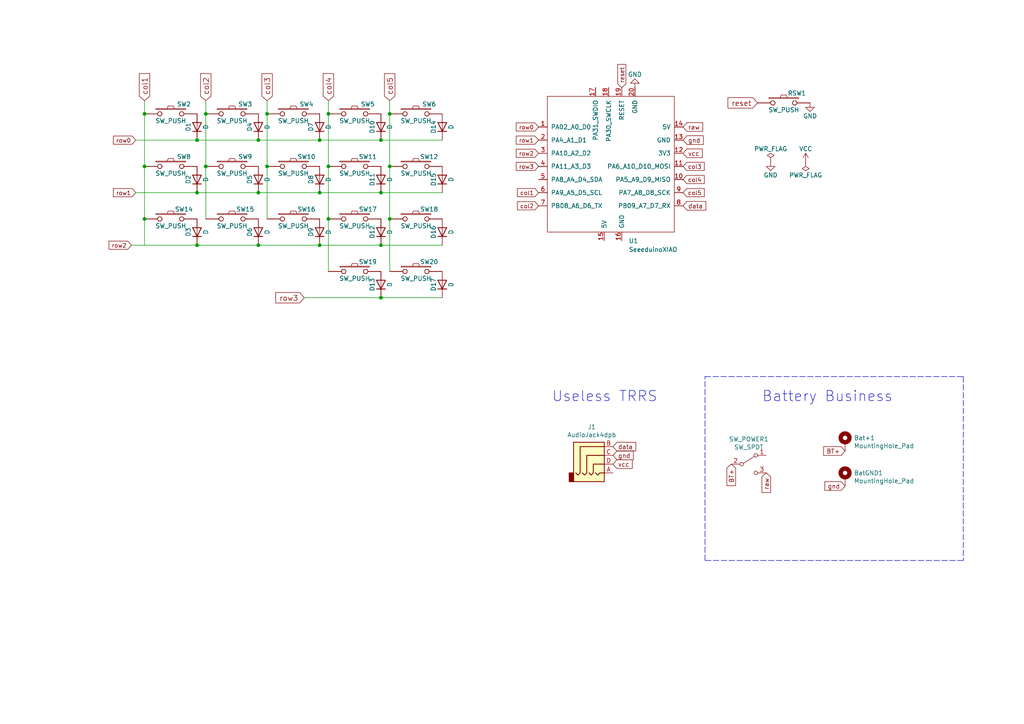
<source format=kicad_sch>
(kicad_sch (version 20211123) (generator eeschema)
  (paper "A4")
  (lib_symbols
    (symbol "Device:D" (pin_numbers hide) (pin_names (offset 1.016) hide)
      (property "Reference" "D" (at 0 2.54 0))
      (property "Value" "D" (at 0 -2.54 0))
      (symbol "D_0_1"
        (polyline (pts (xy -1.27 1.27) (xy -1.27 -1.27)) (stroke (width 0.254)))
        (polyline (pts (xy 1.27 0) (xy -1.27 0)))
        (polyline (pts (xy 1.27 1.27) (xy 1.27 -1.27) (xy -1.27 0) (xy 1.27 1.27)) (stroke (width 0.254)))
      )
      (symbol "D_1_1"
        (pin passive line (at -3.81 0 0) (length 2.54) (name "K") (number "1"))
        (pin passive line (at 3.81 0 180) (length 2.54) (name "A") (number "2"))
      )
    )
    (symbol "Mechanical:MountingHole_Pad" (pin_numbers hide) (pin_names (offset 1.016) hide)
      (property "Reference" "H" (at 0 6.35 0))
      (property "Value" "MountingHole_Pad" (at 0 4.445 0))
      (symbol "MountingHole_Pad_0_1"
        (circle (center 0 1.27) (radius 1.27) (stroke (width 1.27)))
      )
      (symbol "MountingHole_Pad_1_1"
        (pin input line (at 0 -2.54 90) (length 2.54) (name "1") (number "1"))
      )
    )
    (symbol "Switch:SW_SPDT" (pin_names (offset 0) hide)
      (property "Reference" "SW" (at 0 4.318 0))
      (property "Value" "SW_SPDT" (at 0 -5.08 0))
      (symbol "SW_SPDT_0_0"
        (circle (center -2.032 0) (radius 0.508))
        (circle (center 2.032 -2.54) (radius 0.508))
      )
      (symbol "SW_SPDT_0_1"
        (polyline (pts (xy -1.524 0.254) (xy 1.651 2.286)))
        (circle (center 2.032 2.54) (radius 0.508))
      )
      (symbol "SW_SPDT_1_1"
        (pin passive line (at 5.08 2.54 180) (length 2.54) (name "A") (number "1"))
        (pin passive line (at -5.08 0 0) (length 2.54) (name "B") (number "2"))
        (pin passive line (at 5.08 -2.54 180) (length 2.54) (name "C") (number "3"))
      )
    )
    (symbol "kbd:SW_PUSH" (pin_numbers hide) (pin_names (offset 1.016) hide)
      (property "Reference" "SW" (at 3.81 2.794 0))
      (property "Value" "kbd_SW_PUSH" (at 0 -2.032 0))
      (symbol "SW_PUSH_0_1"
        (rectangle (start -4.318 1.27) (end 4.318 1.524))
        (polyline (pts (xy -1.016 1.524) (xy -0.762 2.286) (xy 0.762 2.286) (xy 1.016 1.524)))
        (pin passive inverted (at -7.62 0 0) (length 5.08) (name "1") (number "1"))
        (pin passive inverted (at 7.62 0 180) (length 5.08) (name "2") (number "2"))
      )
    )
    (symbol "power:GND" (power) (pin_names (offset 0))
      (property "Value" "GND" (at 0 -3.81 0))
      (symbol "GND_0_1"
        (polyline (pts (xy 0 0) (xy 0 -1.27) (xy 1.27 -1.27) (xy 0 -2.54) (xy -1.27 -1.27) (xy 0 -1.27)))
      )
      (symbol "GND_1_1"
        (pin power_in line (at 0 0 270) (length 0) hide (name "GND") (number "1"))
      )
    )
    (symbol "power:PWR_FLAG" (power) (pin_numbers hide) (pin_names (offset 0) hide)
      (property "Value" "PWR_FLAG" (at 0 3.81 0))
      (symbol "PWR_FLAG_0_0"
        (pin power_out line (at 0 0 90) (length 0) (name "pwr") (number "1"))
      )
      (symbol "PWR_FLAG_0_1"
        (polyline (pts (xy 0 0) (xy 0 1.27) (xy -1.016 1.905) (xy 0 2.54) (xy 1.016 1.905) (xy 0 1.27)))
      )
    )
    (symbol "power:VCC" (power) (pin_names (offset 0))
      (property "Value" "VCC" (at 0 3.81 0))
      (symbol "VCC_0_1"
        (polyline (pts (xy -0.762 1.27) (xy 0 2.54)))
        (polyline (pts (xy 0 0) (xy 0 2.54)))
        (polyline (pts (xy 0 2.54) (xy 0.762 1.27)))
      )
      (symbol "VCC_1_1"
        (pin power_in line (at 0 0 90) (length 0) hide (name "VCC") (number "1"))
      )
    )
    (symbol "tokas_bp:AudioJack4dpb"
      (property "Reference" "J" (at 0 8.89 0))
      (property "Value" "tokas_bp_AudioJack4dpb" (at 0 6.35 0))
      (symbol "AudioJack4dpb_0_1"
        (rectangle (start -6.35 -5.08) (end -7.62 -7.62) (stroke (width 0.254)) (fill (type outline)))
        (polyline (pts (xy 0 -5.08) (xy 0.635 -5.715) (xy 1.27 -5.08) (xy 2.54 -5.08)) (stroke (width 0.254)))
        (polyline (pts (xy -5.715 -5.08) (xy -5.08 -5.715) (xy -4.445 -5.08) (xy -4.445 2.54) (xy 2.54 2.54)) (stroke (width 0.254)))
        (polyline (pts (xy -1.905 -5.08) (xy -1.27 -5.715) (xy -0.635 -5.08) (xy -0.635 -2.54) (xy 2.54 -2.54)) (stroke (width 0.254)))
        (polyline (pts (xy 2.54 0) (xy -2.54 0) (xy -2.54 -5.08) (xy -3.175 -5.715) (xy -3.81 -5.08)) (stroke (width 0.254)))
        (rectangle (start 2.54 3.81) (end -6.35 -7.62) (stroke (width 0.254)) (fill (type background)))
      )
      (symbol "AudioJack4dpb_1_1"
        (pin passive line (at 5.08 -5.08 180) (length 2.54) (name "~") (number "A"))
        (pin passive line (at 5.08 2.54 180) (length 2.54) (name "~") (number "B"))
        (pin passive line (at 5.08 0 180) (length 2.54) (name "~") (number "C"))
        (pin passive line (at 5.08 -2.54 180) (length 2.54) (name "~") (number "D"))
      )
    )
    (symbol "xaio:SeeeduinoXIAO" (pin_names (offset 1.016))
      (property "Reference" "U" (at -19.05 22.86 0))
      (property "Value" "SeeeduinoXIAO" (at -12.7 21.59 0))
      (symbol "SeeeduinoXIAO_0_1"
        (rectangle (start -19.05 20.32) (end 17.78 -19.05))
      )
      (symbol "SeeeduinoXIAO_1_1"
        (pin unspecified line (at -21.59 11.43 0) (length 2.54) (name "PA02_A0_D0") (number "1"))
        (pin unspecified line (at 20.32 -3.81 180) (length 2.54) (name "PA5_A9_D9_MISO") (number "10"))
        (pin unspecified line (at 20.32 0 180) (length 2.54) (name "PA6_A10_D10_MOSI") (number "11"))
        (pin unspecified line (at 20.32 3.81 180) (length 2.54) (name "3V3") (number "12"))
        (pin unspecified line (at 20.32 7.62 180) (length 2.54) (name "GND") (number "13"))
        (pin unspecified line (at 20.32 11.43 180) (length 2.54) (name "5V") (number "14"))
        (pin input line (at -2.54 -21.59 90) (length 2.54) (name "5V") (number "15"))
        (pin input line (at 2.54 -21.59 90) (length 2.54) (name "GND") (number "16"))
        (pin input line (at -5.08 22.86 270) (length 2.54) (name "PA31_SWDIO") (number "17"))
        (pin input line (at -1.27 22.86 270) (length 2.54) (name "PA30_SWCLK") (number "18"))
        (pin input line (at 2.54 22.86 270) (length 2.54) (name "RESET") (number "19"))
        (pin unspecified line (at -21.59 7.62 0) (length 2.54) (name "PA4_A1_D1") (number "2"))
        (pin input line (at 6.35 22.86 270) (length 2.54) (name "GND") (number "20"))
        (pin unspecified line (at -21.59 3.81 0) (length 2.54) (name "PA10_A2_D2") (number "3"))
        (pin unspecified line (at -21.59 0 0) (length 2.54) (name "PA11_A3_D3") (number "4"))
        (pin unspecified line (at -21.59 -3.81 0) (length 2.54) (name "PA8_A4_D4_SDA") (number "5"))
        (pin unspecified line (at -21.59 -7.62 0) (length 2.54) (name "PA9_A5_D5_SCL") (number "6"))
        (pin unspecified line (at -21.59 -11.43 0) (length 2.54) (name "PB08_A6_D6_TX") (number "7"))
        (pin unspecified line (at 20.32 -11.43 180) (length 2.54) (name "PB09_A7_D7_RX") (number "8"))
        (pin unspecified line (at 20.32 -7.62 180) (length 2.54) (name "PA7_A8_D8_SCK") (number "9"))
      )
    )
  )
  (junction (at 74.93 71.12))
  (junction (at 74.93 40.64))
  (junction (at 77.47 48.26))
  (junction (at 110.49 55.88))
  (junction (at 113.03 48.26))
  (junction (at 113.03 33.02))
  (junction (at 74.93 55.88))
  (junction (at 59.69 48.26))
  (junction (at 57.15 71.12))
  (junction (at 95.25 48.26))
  (junction (at 92.71 40.64))
  (junction (at 41.91 33.02))
  (junction (at 57.15 55.88))
  (junction (at 92.71 55.88))
  (junction (at 77.47 33.02))
  (junction (at 110.49 40.64))
  (junction (at 95.25 63.5))
  (junction (at 113.03 63.5))
  (junction (at 110.49 86.36))
  (junction (at 110.49 71.12))
  (junction (at 57.15 40.64))
  (junction (at 41.91 63.5))
  (junction (at 95.25 33.02))
  (junction (at 41.91 48.26))
  (junction (at 92.71 71.12))
  (junction (at 59.69 33.02))
  (wire (pts (xy 110.49 86.36) (xy 128.27 86.36)))
  (polyline (pts (xy 204.47 162.56) (xy 204.47 109.22)))
  (wire (pts (xy 92.71 55.88) (xy 110.49 55.88)))
  (polyline (pts (xy 204.47 109.22) (xy 279.4 109.22)))
  (wire (pts (xy 95.25 48.26) (xy 95.25 63.5)))
  (wire (pts (xy 57.15 55.88) (xy 74.93 55.88)))
  (wire (pts (xy 74.93 71.12) (xy 92.71 71.12)))
  (wire (pts (xy 41.91 33.02) (xy 41.91 48.26)))
  (wire (pts (xy 59.69 29.21) (xy 59.69 33.02)))
  (wire (pts (xy 88.265 86.36) (xy 110.49 86.36)))
  (wire (pts (xy 38.1 71.12) (xy 57.15 71.12)))
  (wire (pts (xy 77.47 29.21) (xy 77.47 33.02)))
  (wire (pts (xy 39.37 40.64) (xy 57.15 40.64)))
  (wire (pts (xy 95.25 33.02) (xy 95.25 48.26)))
  (wire (pts (xy 74.93 55.88) (xy 92.71 55.88)))
  (wire (pts (xy 39.37 55.88) (xy 57.15 55.88)))
  (wire (pts (xy 57.15 71.12) (xy 74.93 71.12)))
  (wire (pts (xy 95.25 63.5) (xy 95.25 78.74)))
  (wire (pts (xy 77.47 48.26) (xy 77.47 63.5)))
  (wire (pts (xy 77.47 33.02) (xy 77.47 48.26)))
  (wire (pts (xy 59.69 33.02) (xy 59.69 48.26)))
  (polyline (pts (xy 279.4 109.22) (xy 279.4 162.56)))
  (wire (pts (xy 110.49 55.88) (xy 128.27 55.88)))
  (wire (pts (xy 110.49 40.64) (xy 128.27 40.64)))
  (wire (pts (xy 41.91 63.5) (xy 41.91 71.12)))
  (wire (pts (xy 92.71 40.64) (xy 110.49 40.64)))
  (wire (pts (xy 113.03 63.5) (xy 113.03 78.74)))
  (wire (pts (xy 113.03 29.21) (xy 113.03 33.02)))
  (wire (pts (xy 113.03 33.02) (xy 113.03 48.26)))
  (wire (pts (xy 41.91 48.26) (xy 41.91 63.5)))
  (wire (pts (xy 95.25 29.21) (xy 95.25 33.02)))
  (wire (pts (xy 113.03 48.26) (xy 113.03 63.5)))
  (wire (pts (xy 57.15 40.64) (xy 74.93 40.64)))
  (wire (pts (xy 41.91 29.21) (xy 41.91 33.02)))
  (wire (pts (xy 59.69 48.26) (xy 59.69 63.5)))
  (wire (pts (xy 92.71 71.12) (xy 110.49 71.12)))
  (polyline (pts (xy 279.4 162.56) (xy 204.47 162.56)))
  (wire (pts (xy 110.49 71.12) (xy 128.27 71.12)))
  (wire (pts (xy 74.93 40.64) (xy 92.71 40.64)))
  (text "Battery Business" (at 220.98 116.84 0) (effects (font (size 2.9972 2.9972)) (justify left bottom)))
  (text "Useless TRRS\n" (at 160.02 116.84 0) (effects (font (size 2.9972 2.9972)) (justify left bottom)))
  (global_label "BT+" (shape input) (at 212.09 134.62 270) (property "Intersheet References" "${INTERSHEET_REFS}" (effects hide)))
  (global_label "gnd" (shape input) (at 177.8 132.08 0) (property "Intersheet References" "${INTERSHEET_REFS}" (effects hide)))
  (global_label "col4" (shape input) (at 198.12 52.07 0) (effects (font (size 1.1938 1.1938))) (property "Intersheet References" "${INTERSHEET_REFS}" (effects hide)))
  (global_label "raw" (shape input) (at 198.12 36.83 0) (property "Intersheet References" "${INTERSHEET_REFS}" (effects hide)))
  (global_label "col2" (shape input) (at 59.69 29.21 90) (effects (font (size 1.524 1.524))) (property "Intersheet References" "${INTERSHEET_REFS}" (effects hide)))
  (global_label "col5" (shape input) (at 113.03 29.21 90) (effects (font (size 1.524 1.524))) (property "Intersheet References" "${INTERSHEET_REFS}" (effects hide)))
  (global_label "row0" (shape input) (at 39.37 40.64 180) (effects (font (size 1.1938 1.1938))) (property "Intersheet References" "${INTERSHEET_REFS}" (effects hide)))
  (global_label "col3" (shape input) (at 77.47 29.21 90) (effects (font (size 1.524 1.524))) (property "Intersheet References" "${INTERSHEET_REFS}" (effects hide)))
  (global_label "row3" (shape input) (at 156.21 48.26 180) (effects (font (size 1.1938 1.1938))) (property "Intersheet References" "${INTERSHEET_REFS}" (effects hide)))
  (global_label "vcc" (shape input) (at 198.12 44.45 0) (property "Intersheet References" "${INTERSHEET_REFS}" (effects hide)))
  (global_label "col1" (shape input) (at 41.91 29.21 90) (effects (font (size 1.524 1.524))) (property "Intersheet References" "${INTERSHEET_REFS}" (effects hide)))
  (global_label "reset" (shape input) (at 180.34 25.4 90) (effects (font (size 1.1938 1.1938))) (property "Intersheet References" "${INTERSHEET_REFS}" (effects hide)))
  (global_label "col3" (shape input) (at 198.12 48.26 0) (effects (font (size 1.1938 1.1938))) (property "Intersheet References" "${INTERSHEET_REFS}" (effects hide)))
  (global_label "vcc" (shape input) (at 177.8 134.62 0) (property "Intersheet References" "${INTERSHEET_REFS}" (effects hide)))
  (global_label "row1" (shape input) (at 39.37 55.88 180) (effects (font (size 1.1938 1.1938))) (property "Intersheet References" "${INTERSHEET_REFS}" (effects hide)))
  (global_label "gnd" (shape input) (at 245.11 140.97 180) (property "Intersheet References" "${INTERSHEET_REFS}" (effects hide)))
  (global_label "col5" (shape input) (at 198.12 55.88 0) (effects (font (size 1.1938 1.1938))) (property "Intersheet References" "${INTERSHEET_REFS}" (effects hide)))
  (global_label "row3" (shape input) (at 88.265 86.36 180) (effects (font (size 1.524 1.524))) (property "Intersheet References" "${INTERSHEET_REFS}" (effects hide)))
  (global_label "row2" (shape input) (at 156.21 44.45 180) (effects (font (size 1.1938 1.1938))) (property "Intersheet References" "${INTERSHEET_REFS}" (effects hide)))
  (global_label "BT+" (shape input) (at 245.11 130.81 180) (property "Intersheet References" "${INTERSHEET_REFS}" (effects hide)))
  (global_label "col2" (shape input) (at 156.21 59.69 180) (effects (font (size 1.1938 1.1938))) (property "Intersheet References" "${INTERSHEET_REFS}" (effects hide)))
  (global_label "row2" (shape input) (at 38.1 71.12 180) (effects (font (size 1.1938 1.1938))) (property "Intersheet References" "${INTERSHEET_REFS}" (effects hide)))
  (global_label "col4" (shape input) (at 95.25 29.21 90) (effects (font (size 1.524 1.524))) (property "Intersheet References" "${INTERSHEET_REFS}" (effects hide)))
  (global_label "gnd" (shape input) (at 198.12 40.64 0) (property "Intersheet References" "${INTERSHEET_REFS}" (effects hide)))
  (global_label "row0" (shape input) (at 156.21 36.83 180) (effects (font (size 1.1938 1.1938))) (property "Intersheet References" "${INTERSHEET_REFS}" (effects hide)))
  (global_label "row1" (shape input) (at 156.21 40.64 180) (effects (font (size 1.1938 1.1938))) (property "Intersheet References" "${INTERSHEET_REFS}" (effects hide)))
  (global_label "data" (shape input) (at 198.12 59.69 0) (property "Intersheet References" "${INTERSHEET_REFS}" (effects hide)))
  (global_label "data" (shape input) (at 177.8 129.54 0) (property "Intersheet References" "${INTERSHEET_REFS}" (effects hide)))
  (global_label "raw" (shape input) (at 222.25 137.16 270) (property "Intersheet References" "${INTERSHEET_REFS}" (effects hide)))
  (global_label "reset" (shape input) (at 219.71 29.845 180) (effects (font (size 1.524 1.524))) (property "Intersheet References" "${INTERSHEET_REFS}" (effects hide)))
  (global_label "col1" (shape input) (at 156.21 55.88 180) (effects (font (size 1.1938 1.1938))) (property "Intersheet References" "${INTERSHEET_REFS}" (effects hide)))
  (symbol (lib_id "kbd:SW_PUSH") (at 120.65 48.26 0) (unit 1)
    (property "Reference" "SW12" (at 124.46 45.466 0))
    (property "Value" "SW_PUSH" (at 120.65 50.292 0))
    (property "Footprint" "marbla:SW_MX_1u" (effects hide))
  )
  (symbol (lib_id "power:PWR_FLAG") (at 233.68 46.99 180) (unit 1)
    (property "Reference" "#FLG0101" (effects hide))
    (property "Value" "PWR_FLAG" (at 233.68 50.8 0))
  )
  (symbol (lib_id "Device:D") (at 74.93 52.07 90) (unit 1)
    (property "Reference" "D5" (at 72.39 52.07 0))
    (property "Value" "D" (at 77.47 52.07 0))
    (property "Footprint" "kbd:D3_TH" (effects hide))
  )
  (symbol (lib_id "Device:D") (at 128.27 82.55 90) (unit 1)
    (property "Reference" "D17" (at 125.73 82.55 0))
    (property "Value" "D" (at 130.81 82.55 0))
    (property "Footprint" "kbd:D3_TH" (effects hide))
  )
  (symbol (lib_id "xaio:SeeeduinoXIAO") (at 177.8 48.26 0) (unit 1)
    (property "Reference" "U1" (at 182.3594 69.85 0) (effects (justify left)))
    (property "Value" "SeeeduinoXIAO" (at 182.3594 72.39 0) (effects (justify left)))
    (property "Footprint" "zaphod:SeeeduinoXIAO-2.54-21X17.8MM" (effects hide))
  )
  (symbol (lib_id "kbd:SW_PUSH") (at 120.65 63.5 0) (unit 1)
    (property "Reference" "SW18" (at 124.46 60.706 0))
    (property "Value" "SW_PUSH" (at 120.65 65.532 0))
    (property "Footprint" "marbla:SW_MX_1u" (effects hide))
  )
  (symbol (lib_id "power:GND") (at 184.15 25.4 180) (unit 1)
    (property "Reference" "#PWR0101" (effects hide))
    (property "Value" "GND" (at 184.15 21.59 0))
  )
  (symbol (lib_id "Device:D") (at 57.15 67.31 90) (unit 1)
    (property "Reference" "D3" (at 54.61 67.31 0))
    (property "Value" "D" (at 59.69 67.31 0))
    (property "Footprint" "kbd:D3_TH" (effects hide))
  )
  (symbol (lib_id "power:VCC") (at 233.68 46.99 0) (unit 1)
    (property "Reference" "#PWR0102" (effects hide))
    (property "Value" "VCC" (at 233.68 43.18 0))
  )
  (symbol (lib_id "kbd:SW_PUSH") (at 120.65 78.74 0) (unit 1)
    (property "Reference" "SW20" (at 124.46 75.946 0))
    (property "Value" "SW_PUSH" (at 120.65 80.772 0))
    (property "Footprint" "marbla:SW_MX_1u" (effects hide))
  )
  (symbol (lib_id "Device:D") (at 74.93 67.31 90) (unit 1)
    (property "Reference" "D6" (at 72.39 67.31 0))
    (property "Value" "D" (at 77.47 67.31 0))
    (property "Footprint" "kbd:D3_TH" (effects hide))
  )
  (symbol (lib_id "kbd:SW_PUSH") (at 227.33 29.845 0) (unit 1)
    (property "Reference" "RSW1" (at 231.14 27.051 0))
    (property "Value" "SW_PUSH" (at 227.33 31.877 0))
    (property "Footprint" "kbd:ResetSW_1side" (effects hide))
  )
  (symbol (lib_id "Device:D") (at 74.93 36.83 90) (unit 1)
    (property "Reference" "D4" (at 72.39 36.83 0))
    (property "Value" "D" (at 77.47 36.83 0))
    (property "Footprint" "kbd:D3_TH" (effects hide))
  )
  (symbol (lib_id "Switch:SW_SPDT") (at 217.17 134.62 0) (unit 1)
    (property "Reference" "SW_POWER1" (at 217.17 127.381 0))
    (property "Value" "SW_SPDT" (at 217.17 129.6924 0))
    (property "Footprint" "Kailh:SPDT_C128955" (effects hide))
  )
  (symbol (lib_id "Device:D") (at 110.49 36.83 90) (unit 1)
    (property "Reference" "D10" (at 107.95 36.83 0))
    (property "Value" "D" (at 113.03 36.83 0))
    (property "Footprint" "kbd:D3_TH" (effects hide))
  )
  (symbol (lib_id "Mechanical:MountingHole_Pad") (at 245.11 128.27 0) (unit 1)
    (property "Reference" "Bat+1" (at 247.65 127.0254 0) (effects (justify left)))
    (property "Value" "MountingHole_Pad" (at 247.65 129.3368 0) (effects (justify left)))
    (property "Footprint" "kbd:1pin_conn" (effects hide))
  )
  (symbol (lib_id "kbd:SW_PUSH") (at 102.87 33.02 0) (unit 1)
    (property "Reference" "SW5" (at 106.68 30.226 0))
    (property "Value" "SW_PUSH" (at 102.87 35.052 0))
    (property "Footprint" "marbla:SW_MX_1u" (effects hide))
  )
  (symbol (lib_id "Device:D") (at 92.71 67.31 90) (unit 1)
    (property "Reference" "D9" (at 90.17 67.31 0))
    (property "Value" "D" (at 95.25 67.31 0))
    (property "Footprint" "kbd:D3_TH" (effects hide))
  )
  (symbol (lib_id "Device:D") (at 128.27 36.83 90) (unit 1)
    (property "Reference" "D14" (at 125.73 36.83 0))
    (property "Value" "D" (at 130.81 36.83 0))
    (property "Footprint" "kbd:D3_TH" (effects hide))
  )
  (symbol (lib_id "kbd:SW_PUSH") (at 67.31 63.5 0) (unit 1)
    (property "Reference" "SW15" (at 71.12 60.706 0))
    (property "Value" "SW_PUSH" (at 67.31 65.532 0))
    (property "Footprint" "marbla:SW_MX_1u" (effects hide))
  )
  (symbol (lib_id "power:PWR_FLAG") (at 223.52 46.99 0) (unit 1)
    (property "Reference" "#FLG0102" (effects hide))
    (property "Value" "PWR_FLAG" (at 223.52 43.18 0))
  )
  (symbol (lib_id "kbd:SW_PUSH") (at 85.09 63.5 0) (unit 1)
    (property "Reference" "SW16" (at 88.9 60.706 0))
    (property "Value" "SW_PUSH" (at 85.09 65.532 0))
    (property "Footprint" "marbla:SW_MX_1u" (effects hide))
  )
  (symbol (lib_id "power:GND") (at 223.52 46.99 0) (unit 1)
    (property "Reference" "#PWR0103" (effects hide))
    (property "Value" "GND" (at 223.52 50.8 0))
  )
  (symbol (lib_id "Device:D") (at 110.49 82.55 90) (unit 1)
    (property "Reference" "D13" (at 107.95 82.55 0))
    (property "Value" "D" (at 113.03 82.55 0))
    (property "Footprint" "kbd:D3_TH" (effects hide))
  )
  (symbol (lib_id "kbd:SW_PUSH") (at 85.09 48.26 0) (unit 1)
    (property "Reference" "SW10" (at 88.9 45.466 0))
    (property "Value" "SW_PUSH" (at 85.09 50.292 0))
    (property "Footprint" "marbla:SW_MX_1u" (effects hide))
  )
  (symbol (lib_id "kbd:SW_PUSH") (at 67.31 48.26 0) (unit 1)
    (property "Reference" "SW9" (at 71.12 45.466 0))
    (property "Value" "SW_PUSH" (at 67.31 50.292 0))
    (property "Footprint" "marbla:SW_MX_1u" (effects hide))
  )
  (symbol (lib_id "Device:D") (at 92.71 36.83 90) (unit 1)
    (property "Reference" "D7" (at 90.17 36.83 0))
    (property "Value" "D" (at 95.25 36.83 0))
    (property "Footprint" "kbd:D3_TH" (effects hide))
  )
  (symbol (lib_id "Device:D") (at 57.15 52.07 90) (unit 1)
    (property "Reference" "D2" (at 54.61 52.07 0))
    (property "Value" "D" (at 59.69 52.07 0))
    (property "Footprint" "kbd:D3_TH" (effects hide))
  )
  (symbol (lib_id "Mechanical:MountingHole_Pad") (at 245.11 138.43 0) (unit 1)
    (property "Reference" "BatGND1" (at 247.65 137.1854 0) (effects (justify left)))
    (property "Value" "MountingHole_Pad" (at 247.65 139.4968 0) (effects (justify left)))
    (property "Footprint" "kbd:1pin_conn" (effects hide))
  )
  (symbol (lib_id "kbd:SW_PUSH") (at 120.65 33.02 0) (unit 1)
    (property "Reference" "SW6" (at 124.46 30.226 0))
    (property "Value" "SW_PUSH" (at 120.65 35.052 0))
    (property "Footprint" "marbla:SW_MX_1u" (effects hide))
  )
  (symbol (lib_id "kbd:SW_PUSH") (at 102.87 63.5 0) (unit 1)
    (property "Reference" "SW17" (at 106.68 60.706 0))
    (property "Value" "SW_PUSH" (at 102.87 65.532 0))
    (property "Footprint" "marbla:SW_MX_1u" (effects hide))
  )
  (symbol (lib_id "tokas_bp:AudioJack4dpb") (at 172.72 132.08 0) (unit 1)
    (property "Reference" "J1" (at 171.6278 123.825 0))
    (property "Value" "AudioJack4dpb" (at 171.6278 126.1364 0))
    (property "Footprint" "kbd:TRRS-PJ-DPB2" (effects hide))
  )
  (symbol (lib_id "kbd:SW_PUSH") (at 49.53 63.5 0) (unit 1)
    (property "Reference" "SW14" (at 53.34 60.706 0))
    (property "Value" "SW_PUSH" (at 49.53 65.532 0))
    (property "Footprint" "marbla:SW_MX_1u" (effects hide))
  )
  (symbol (lib_id "kbd:SW_PUSH") (at 102.87 78.74 0) (unit 1)
    (property "Reference" "SW19" (at 106.68 75.946 0))
    (property "Value" "SW_PUSH" (at 102.87 80.772 0))
    (property "Footprint" "marbla:SW_MX_1u" (effects hide))
  )
  (symbol (lib_id "Device:D") (at 110.49 67.31 90) (unit 1)
    (property "Reference" "D12" (at 107.95 67.31 0))
    (property "Value" "D" (at 113.03 67.31 0))
    (property "Footprint" "kbd:D3_TH" (effects hide))
  )
  (symbol (lib_id "Device:D") (at 110.49 52.07 90) (unit 1)
    (property "Reference" "D11" (at 107.95 52.07 0))
    (property "Value" "D" (at 113.03 52.07 0))
    (property "Footprint" "kbd:D3_TH" (effects hide))
  )
  (symbol (lib_id "kbd:SW_PUSH") (at 102.87 48.26 0) (unit 1)
    (property "Reference" "SW11" (at 106.68 45.466 0))
    (property "Value" "SW_PUSH" (at 102.87 50.292 0))
    (property "Footprint" "marbla:SW_MX_1u" (effects hide))
  )
  (symbol (lib_id "kbd:SW_PUSH") (at 49.53 48.26 0) (unit 1)
    (property "Reference" "SW8" (at 53.34 45.466 0))
    (property "Value" "SW_PUSH" (at 49.53 50.292 0))
    (property "Footprint" "marbla:SW_MX_1u" (effects hide))
  )
  (symbol (lib_id "Device:D") (at 128.27 67.31 90) (unit 1)
    (property "Reference" "D16" (at 125.73 67.31 0))
    (property "Value" "D" (at 130.81 67.31 0))
    (property "Footprint" "kbd:D3_TH" (effects hide))
  )
  (symbol (lib_id "kbd:SW_PUSH") (at 67.31 33.02 0) (unit 1)
    (property "Reference" "SW3" (at 71.12 30.226 0))
    (property "Value" "SW_PUSH" (at 67.31 35.052 0))
    (property "Footprint" "marbla:SW_MX_1u" (effects hide))
  )
  (symbol (lib_id "kbd:SW_PUSH") (at 85.09 33.02 0) (unit 1)
    (property "Reference" "SW4" (at 88.9 30.226 0))
    (property "Value" "SW_PUSH" (at 85.09 35.052 0))
    (property "Footprint" "marbla:SW_MX_1u" (effects hide))
  )
  (symbol (lib_id "Device:D") (at 57.15 36.83 90) (unit 1)
    (property "Reference" "D1" (at 54.61 36.83 0))
    (property "Value" "D" (at 59.69 36.83 0))
    (property "Footprint" "Diode_SMD:D_1206_3216Metric" (effects hide))
  )
  (symbol (lib_id "kbd:SW_PUSH") (at 49.53 33.02 0) (unit 1)
    (property "Reference" "SW2" (at 53.34 30.226 0))
    (property "Value" "SW_PUSH" (at 49.53 35.052 0))
    (property "Footprint" "marbla:SW_MX_1u" (effects hide))
  )
  (symbol (lib_id "Device:D") (at 92.71 52.07 90) (unit 1)
    (property "Reference" "D8" (at 90.17 52.07 0))
    (property "Value" "D" (at 95.25 52.07 0))
    (property "Footprint" "kbd:D3_TH" (effects hide))
  )
  (symbol (lib_id "power:GND") (at 234.95 29.845 0) (unit 1)
    (property "Reference" "#PWR0104" (effects hide))
    (property "Value" "GND" (at 234.95 33.655 0))
  )
  (symbol (lib_id "Device:D") (at 128.27 52.07 90) (unit 1)
    (property "Reference" "D15" (at 125.73 52.07 0))
    (property "Value" "D" (at 130.81 52.07 0))
    (property "Footprint" "kbd:D3_TH" (effects hide))
  )
)
</source>
